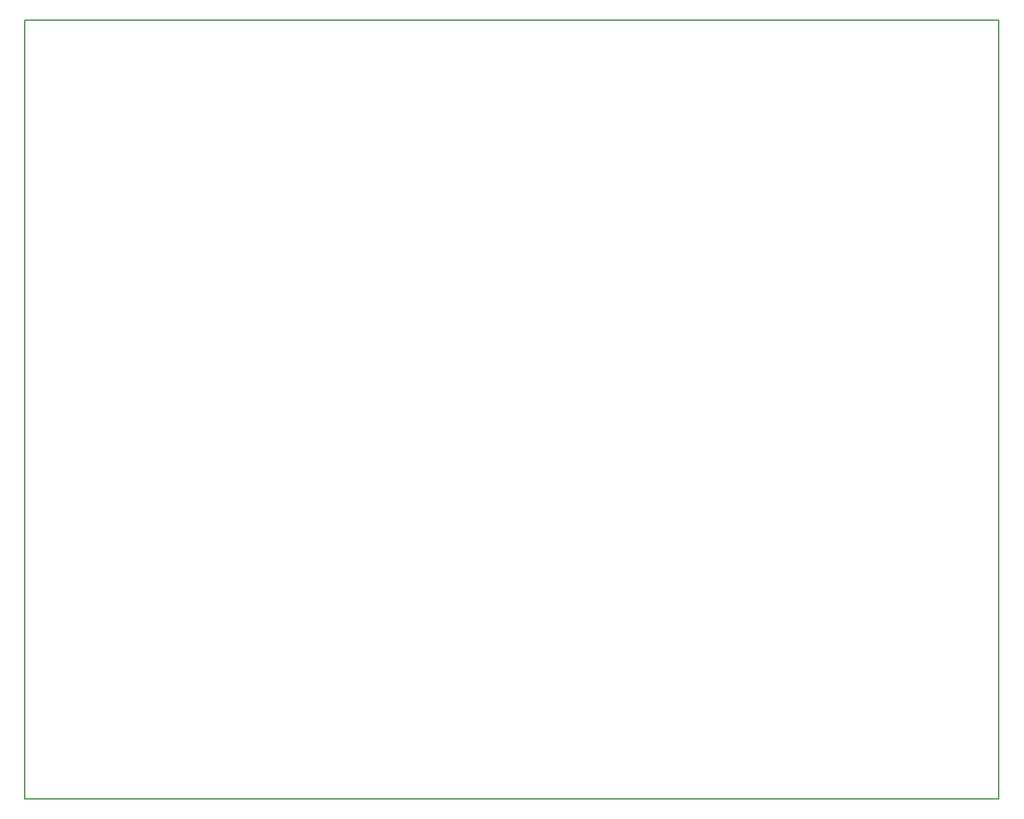
<source format=gbr>
G04 (created by PCBNEW (2013-mar-25)-stable) date Thursday, January 23, 2014 'PMt' 10:04:33 PM*
%MOIN*%
G04 Gerber Fmt 3.4, Leading zero omitted, Abs format*
%FSLAX34Y34*%
G01*
G70*
G90*
G04 APERTURE LIST*
%ADD10C,0*%
%ADD11C,0.00590551*%
G04 APERTURE END LIST*
G54D10*
G54D11*
X60225Y-6175D02*
X60225Y-46175D01*
X10225Y-6175D02*
X60225Y-6175D01*
X10225Y-46175D02*
X10225Y-6175D01*
X60225Y-46175D02*
X10225Y-46175D01*
M02*

</source>
